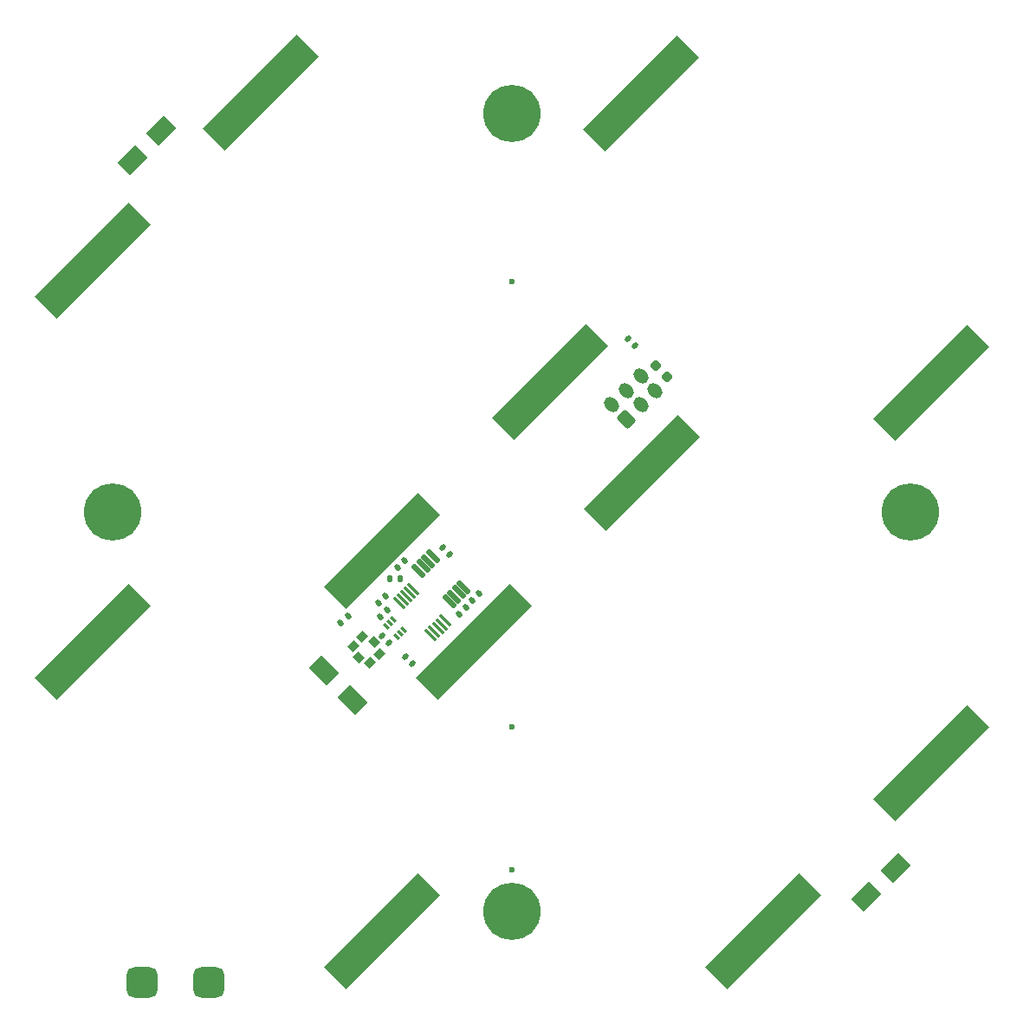
<source format=gbr>
%TF.GenerationSoftware,KiCad,Pcbnew,9.0.0*%
%TF.CreationDate,2025-09-25T18:34:07-07:00*%
%TF.ProjectId,Z_Face_V3,5a5f4661-6365-45f5-9633-2e6b69636164,3.1*%
%TF.SameCoordinates,Original*%
%TF.FileFunction,Soldermask,Top*%
%TF.FilePolarity,Negative*%
%FSLAX46Y46*%
G04 Gerber Fmt 4.6, Leading zero omitted, Abs format (unit mm)*
G04 Created by KiCad (PCBNEW 9.0.0) date 2025-09-25 18:34:07*
%MOMM*%
%LPD*%
G01*
G04 APERTURE LIST*
G04 Aperture macros list*
%AMRoundRect*
0 Rectangle with rounded corners*
0 $1 Rounding radius*
0 $2 $3 $4 $5 $6 $7 $8 $9 X,Y pos of 4 corners*
0 Add a 4 corners polygon primitive as box body*
4,1,4,$2,$3,$4,$5,$6,$7,$8,$9,$2,$3,0*
0 Add four circle primitives for the rounded corners*
1,1,$1+$1,$2,$3*
1,1,$1+$1,$4,$5*
1,1,$1+$1,$6,$7*
1,1,$1+$1,$8,$9*
0 Add four rect primitives between the rounded corners*
20,1,$1+$1,$2,$3,$4,$5,0*
20,1,$1+$1,$4,$5,$6,$7,0*
20,1,$1+$1,$6,$7,$8,$9,0*
20,1,$1+$1,$8,$9,$2,$3,0*%
%AMHorizOval*
0 Thick line with rounded ends*
0 $1 width*
0 $2 $3 position (X,Y) of the first rounded end (center of the circle)*
0 $4 $5 position (X,Y) of the second rounded end (center of the circle)*
0 Add line between two ends*
20,1,$1,$2,$3,$4,$5,0*
0 Add two circle primitives to create the rounded ends*
1,1,$1,$2,$3*
1,1,$1,$4,$5*%
%AMRotRect*
0 Rectangle, with rotation*
0 The origin of the aperture is its center*
0 $1 length*
0 $2 width*
0 $3 Rotation angle, in degrees counterclockwise*
0 Add horizontal line*
21,1,$1,$2,0,0,$3*%
G04 Aperture macros list end*
%ADD10RotRect,0.850000X0.790000X135.000000*%
%ADD11RotRect,0.790000X0.850000X315.000000*%
%ADD12RotRect,2.500000X1.700000X45.000000*%
%ADD13RoundRect,0.750000X0.750000X-0.750000X0.750000X0.750000X-0.750000X0.750000X-0.750000X-0.750000X0*%
%ADD14RoundRect,0.140000X-0.021213X0.219203X-0.219203X0.021213X0.021213X-0.219203X0.219203X-0.021213X0*%
%ADD15RoundRect,0.140000X0.219203X0.021213X0.021213X0.219203X-0.219203X-0.021213X-0.021213X-0.219203X0*%
%ADD16RoundRect,0.218750X0.335876X0.026517X0.026517X0.335876X-0.335876X-0.026517X-0.026517X-0.335876X0*%
%ADD17RoundRect,0.140000X0.140000X0.170000X-0.140000X0.170000X-0.140000X-0.170000X0.140000X-0.170000X0*%
%ADD18RoundRect,0.140000X0.021213X-0.219203X0.219203X-0.021213X-0.021213X0.219203X-0.219203X0.021213X0*%
%ADD19RoundRect,0.087500X0.238649X-0.114905X-0.114905X0.238649X-0.238649X0.114905X0.114905X-0.238649X0*%
%ADD20RotRect,13.000000X3.000000X45.000000*%
%ADD21RoundRect,0.140000X-0.219203X-0.021213X-0.021213X-0.219203X0.219203X0.021213X0.021213X0.219203X0*%
%ADD22RoundRect,0.075000X-0.512652X0.406586X0.406586X-0.512652X0.512652X-0.406586X-0.406586X0.512652X0*%
%ADD23RotRect,2.500000X1.700000X135.000000*%
%ADD24C,0.600000*%
%ADD25RotRect,13.000000X3.000000X225.000000*%
%ADD26RoundRect,0.125000X0.574524X-0.397748X-0.397748X0.574524X-0.574524X0.397748X0.397748X-0.574524X0*%
%ADD27RoundRect,0.250000X0.159099X-0.654074X0.654074X-0.159099X-0.159099X0.654074X-0.654074X0.159099X0*%
%ADD28HorizOval,1.200000X-0.159099X0.159099X0.159099X-0.159099X0*%
%ADD29C,5.600000*%
G04 APERTURE END LIST*
D10*
%TO.C,U1*%
X136024300Y-97702046D03*
D11*
X134900000Y-97200000D03*
X134051472Y-98048528D03*
D10*
X134553518Y-99172828D03*
D11*
X135677818Y-99674874D03*
X136526346Y-98826346D03*
%TD*%
D12*
%TO.C,D2*%
X112421572Y-50578428D03*
X115250000Y-47750000D03*
%TD*%
D13*
%TO.C,TP1*%
X113410000Y-130950000D03*
%TD*%
D14*
%TO.C,C5*%
X139000000Y-89700000D03*
X138321178Y-90378822D03*
%TD*%
D15*
%TO.C,C6*%
X137539411Y-97739411D03*
X136860589Y-97060589D03*
%TD*%
D16*
%TO.C,D4*%
X164656847Y-71756847D03*
X163543153Y-70643153D03*
%TD*%
D17*
%TO.C,C3*%
X138580000Y-91500000D03*
X137620000Y-91500000D03*
%TD*%
D18*
%TO.C,R2*%
X132800000Y-95800000D03*
X133478822Y-95121178D03*
%TD*%
D19*
%TO.C,U5*%
X138250260Y-97157367D03*
X138603814Y-96803814D03*
X138957367Y-96450260D03*
X137949740Y-95442633D03*
X137596186Y-95796186D03*
X137242633Y-96149740D03*
%TD*%
D20*
%TO.C,SC5*%
X108537864Y-97657864D03*
X136822136Y-125942136D03*
%TD*%
D15*
%TO.C,R4*%
X143439411Y-89139411D03*
X142760589Y-88460589D03*
%TD*%
D13*
%TO.C,TP2*%
X119890000Y-130920000D03*
%TD*%
D20*
%TO.C,SC3*%
X125000000Y-43980000D03*
X153284272Y-72264272D03*
%TD*%
D15*
%TO.C,R3*%
X139778822Y-99778822D03*
X139100000Y-99100000D03*
%TD*%
D21*
%TO.C,R1*%
X160896805Y-68053374D03*
X161575627Y-68732196D03*
%TD*%
D18*
%TO.C,C4*%
X145660589Y-93639411D03*
X146339411Y-92960589D03*
%TD*%
D14*
%TO.C,C2*%
X137139411Y-93160589D03*
X136460589Y-93839411D03*
%TD*%
D22*
%TO.C,U2*%
X139893554Y-92470160D03*
X139540000Y-92823714D03*
X139186447Y-93177267D03*
X138832894Y-93530820D03*
X138479340Y-93884374D03*
X141590610Y-96995644D03*
X141944164Y-96642090D03*
X142297717Y-96288537D03*
X142651270Y-95934984D03*
X143004824Y-95581430D03*
%TD*%
D23*
%TO.C,D3*%
X133978428Y-103318428D03*
X131150000Y-100490000D03*
%TD*%
D24*
%TO.C,REF\u002A\u002A*%
X149564000Y-62462780D03*
X149564000Y-105988780D03*
X149564000Y-119952780D03*
%TD*%
D18*
%TO.C,C1*%
X136660589Y-95239411D03*
X137339411Y-94560589D03*
%TD*%
%TO.C,R5*%
X144360589Y-94939411D03*
X145039411Y-94260589D03*
%TD*%
D25*
%TO.C,SC4*%
X136824272Y-88734272D03*
X108540000Y-60450000D03*
%TD*%
D20*
%TO.C,SC6*%
X145755728Y-97665728D03*
X174040000Y-125950000D03*
%TD*%
D25*
%TO.C,SC2*%
X190462136Y-72342136D03*
X162177864Y-44057864D03*
%TD*%
D12*
%TO.C,D1*%
X184161572Y-122588428D03*
X186990000Y-119760000D03*
%TD*%
D26*
%TO.C,U4*%
X143404334Y-93683192D03*
X143863953Y-93223573D03*
X144323573Y-92763953D03*
X144783192Y-92304334D03*
X141795666Y-89316808D03*
X141336047Y-89776427D03*
X140876427Y-90236047D03*
X140416808Y-90695666D03*
%TD*%
D25*
%TO.C,SC1*%
X190480000Y-109480000D03*
X162195728Y-81195728D03*
%TD*%
D27*
%TO.C,J2*%
X160692893Y-75921320D03*
D28*
X159278679Y-74507106D03*
X162107107Y-74507106D03*
X160692893Y-73092893D03*
X163521320Y-73092893D03*
X162107107Y-71678679D03*
%TD*%
D29*
%TO.C,J7*%
X188500000Y-85000000D03*
%TD*%
%TO.C,J6*%
X149500000Y-46000000D03*
%TD*%
%TO.C,J5*%
X149500000Y-124000000D03*
%TD*%
%TO.C,J4*%
X110500000Y-85000000D03*
%TD*%
M02*

</source>
